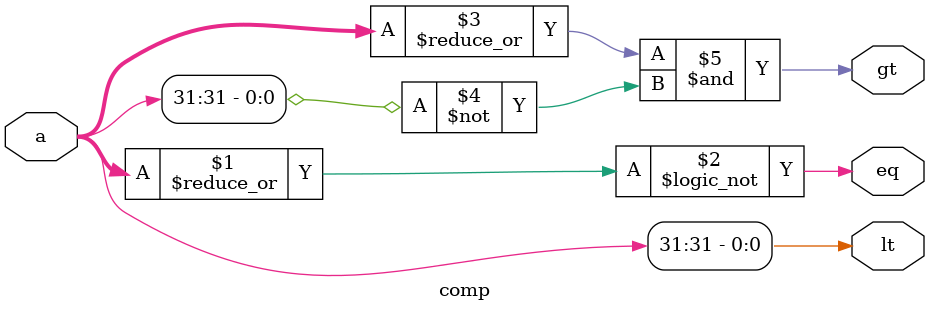
<source format=v>
`timescale 1ns / 1ps


module comp(
input[31:0]a, output lt, output eq, output gt
    );
 assign lt = a[31];
 assign eq = ~|a;
 assign gt = |a&(~a[31]);
endmodule

</source>
